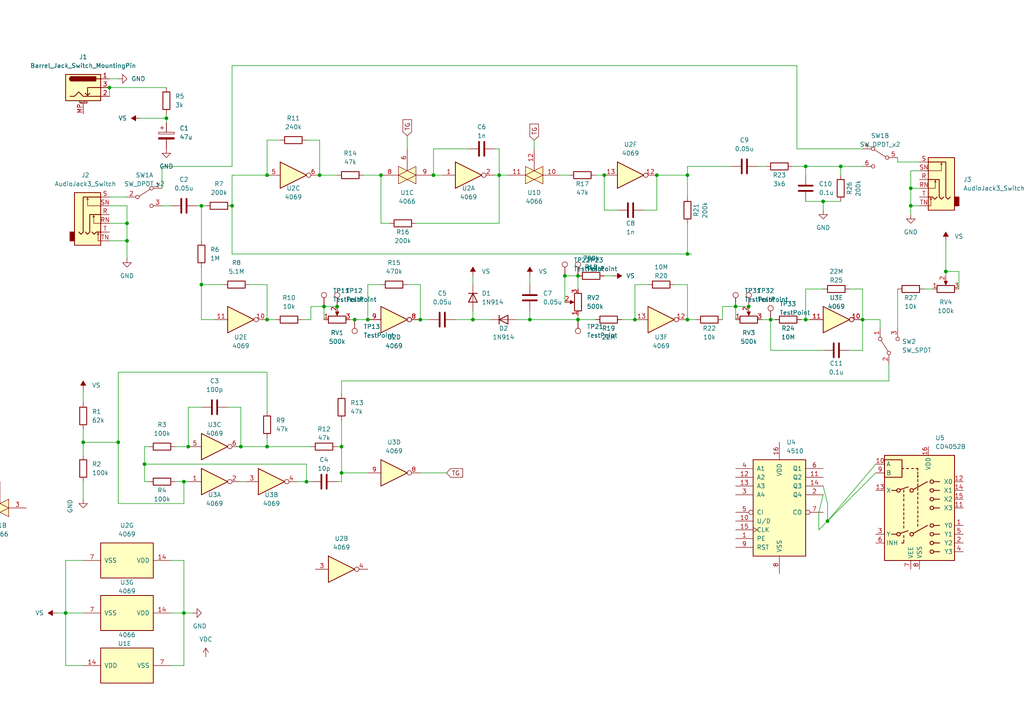
<source format=kicad_sch>
(kicad_sch (version 20211123) (generator eeschema)
  (paper "A4")
  (lib_symbols
    (symbol "4xxx:4066" (pin_names (offset 1.016))
      (property "Reference" "U" (at -7.62 8.89 0))
      (property "Value" "4066" (at -7.62 -8.89 0))
      (symbol "4066_1_0"
        (pin passive line (at -7.62 0 0) (length 5.08) (name "~") (number "1"))
        (pin input line (at 0 7.62 270) (length 5.08) (name "~") (number "13"))
        (pin passive line (at 7.62 0 180) (length 5.08) (name "~") (number "2"))
      )
      (symbol "4066_2_0"
        (pin passive line (at 7.62 0 180) (length 5.08) (name "~") (number "3"))
        (pin passive line (at -7.62 0 0) (length 5.08) (name "~") (number "4"))
        (pin input line (at 0 7.62 270) (length 5.08) (name "~") (number "5"))
      )
      (symbol "4066_3_0"
        (pin input line (at 0 7.62 270) (length 5.08) (name "~") (number "6"))
        (pin passive line (at -7.62 0 0) (length 5.08) (name "~") (number "8"))
        (pin passive line (at 7.62 0 180) (length 5.08) (name "~") (number "9"))
      )
      (symbol "4066_4_0"
        (pin passive line (at 7.62 0 180) (length 5.08) (name "~") (number "10"))
        (pin passive line (at -7.62 0 0) (length 5.08) (name "~") (number "11"))
        (pin input line (at 0 7.62 270) (length 5.08) (name "~") (number "12"))
      )
      (symbol "4066_5_0"
        (pin power_in line (at 0 12.7 270) (length 5.08) (name "VDD") (number "14"))
        (pin power_in line (at 0 -12.7 90) (length 5.08) (name "VSS") (number "7"))
      )
    )
    (symbol "4xxx:4069" (pin_names (offset 1.016))
      (property "Reference" "U" (at 0 1.27 0))
      (property "Value" "4069" (at 0 -1.27 0))
      (symbol "4069_1_0"
        (pin input line (at -7.62 0 0) (length 3.81) (name "~") (number "1"))
        (pin output inverted (at 7.62 0 180) (length 3.81) (name "~") (number "2"))
      )
      (symbol "4069_2_0"
        (pin input line (at -7.62 0 0) (length 3.81) (name "~") (number "3"))
        (pin output inverted (at 7.62 0 180) (length 3.81) (name "~") (number "4"))
      )
      (symbol "4069_3_0"
        (pin input line (at -7.62 0 0) (length 3.81) (name "~") (number "5"))
        (pin output inverted (at 7.62 0 180) (length 3.81) (name "~") (number "6"))
      )
      (symbol "4069_4_0"
        (pin output inverted (at 7.62 0 180) (length 3.81) (name "~") (number "8"))
        (pin input line (at -7.62 0 0) (length 3.81) (name "~") (number "9"))
      )
      (symbol "4069_5_0"
        (pin output inverted (at 7.62 0 180) (length 3.81) (name "~") (number "10"))
        (pin input line (at -7.62 0 0) (length 3.81) (name "~") (number "11"))
      )
      (symbol "4069_6_0"
        (pin output inverted (at 7.62 0 180) (length 3.81) (name "~") (number "12"))
        (pin input line (at -7.62 0 0) (length 3.81) (name "~") (number "13"))
      )
      (symbol "4069_7_0"
        (pin power_in line (at 0 12.7 270) (length 5.08) (name "VDD") (number "14"))
        (pin power_in line (at 0 -12.7 90) (length 5.08) (name "VSS") (number "7"))
      )
    )
    (symbol "4xxx:4510" (pin_names (offset 1.016))
      (property "Reference" "U" (at -7.62 13.97 0))
      (property "Value" "4510" (at -7.62 -16.51 0))
      (symbol "4510_1_0"
        (pin input line (at -12.7 -10.16 0) (length 5.08) (name "PE") (number "1"))
        (pin input line (at -12.7 -5.08 0) (length 5.08) (name "U/D") (number "10"))
        (pin output line (at 12.7 7.62 180) (length 5.08) (name "Q2") (number "11"))
        (pin input line (at -12.7 7.62 0) (length 5.08) (name "A2") (number "12"))
        (pin input line (at -12.7 5.08 0) (length 5.08) (name "A3") (number "13"))
        (pin output line (at 12.7 5.08 180) (length 5.08) (name "Q3") (number "14"))
        (pin input clock (at -12.7 -7.62 0) (length 5.08) (name "CLK") (number "15"))
        (pin power_in line (at 0 17.78 270) (length 5.08) (name "VDD") (number "16"))
        (pin output line (at 12.7 2.54 180) (length 5.08) (name "Q4") (number "2"))
        (pin input line (at -12.7 2.54 0) (length 5.08) (name "A4") (number "3"))
        (pin input line (at -12.7 10.16 0) (length 5.08) (name "A1") (number "4"))
        (pin input inverted (at -12.7 -2.54 0) (length 5.08) (name "CI") (number "5"))
        (pin output line (at 12.7 10.16 180) (length 5.08) (name "Q1") (number "6"))
        (pin output inverted (at 12.7 -2.54 180) (length 5.08) (name "CO") (number "7"))
        (pin power_in line (at 0 -20.32 90) (length 5.08) (name "VSS") (number "8"))
        (pin input line (at -12.7 -12.7 0) (length 5.08) (name "RST") (number "9"))
      )
    )
    (symbol "Analog_Switch:CD4052B"
      (property "Reference" "U" (at -10.16 16.51 0))
      (property "Value" "CD4052B" (at 3.81 16.51 0))
      (symbol "CD4052B_1_1"
        (pin bidirectional line (at 12.7 -5.08 180) (length 2.54) (name "Y0") (number "1"))
        (pin input line (at -12.7 12.7 0) (length 2.54) (name "A") (number "10"))
        (pin bidirectional line (at 12.7 0 180) (length 2.54) (name "X3") (number "11"))
        (pin bidirectional line (at 12.7 7.62 180) (length 2.54) (name "X0") (number "12"))
        (pin bidirectional line (at -12.7 5.08 0) (length 2.54) (name "X") (number "13"))
        (pin bidirectional line (at 12.7 5.08 180) (length 2.54) (name "X1") (number "14"))
        (pin bidirectional line (at 12.7 2.54 180) (length 2.54) (name "X2") (number "15"))
        (pin power_in line (at 2.54 17.78 270) (length 2.54) (name "VDD") (number "16"))
        (pin bidirectional line (at 12.7 -10.16 180) (length 2.54) (name "Y2") (number "2"))
        (pin bidirectional line (at -12.7 -7.62 0) (length 2.54) (name "Y") (number "3"))
        (pin bidirectional line (at 12.7 -12.7 180) (length 2.54) (name "Y3") (number "4"))
        (pin bidirectional line (at 12.7 -7.62 180) (length 2.54) (name "Y1") (number "5"))
        (pin input line (at -12.7 -10.16 0) (length 2.54) (name "INH") (number "6"))
        (pin power_in line (at -2.54 -17.78 90) (length 2.54) (name "VEE") (number "7"))
        (pin power_in line (at 0 -17.78 90) (length 2.54) (name "VSS") (number "8"))
        (pin input line (at -12.7 10.16 0) (length 2.54) (name "B") (number "9"))
      )
    )
    (symbol "Connector:AudioJack3_Switch"
      (property "Reference" "J" (at 0 11.43 0))
      (property "Value" "AudioJack3_Switch" (at 0 8.89 0))
      (symbol "AudioJack3_Switch_1_1"
        (pin passive line (at 5.08 0 180) (length 2.54) (name "~") (number "R"))
        (pin passive line (at 5.08 -2.54 180) (length 2.54) (name "~") (number "RN"))
        (pin passive line (at 5.08 5.08 180) (length 2.54) (name "~") (number "S"))
        (pin passive line (at 5.08 2.54 180) (length 2.54) (name "~") (number "SN"))
        (pin passive line (at 5.08 -5.08 180) (length 2.54) (name "~") (number "T"))
        (pin passive line (at 5.08 -7.62 180) (length 2.54) (name "~") (number "TN"))
      )
    )
    (symbol "Connector:Barrel_Jack_Switch_MountingPin" (pin_names hide)
      (property "Reference" "J" (at 0 5.334 0))
      (property "Value" "Barrel_Jack_Switch_MountingPin" (at 1.27 -6.35 0))
      (symbol "Barrel_Jack_Switch_MountingPin_1_1"
        (text "Mounting" (at 0 -4.191 0) (effects (font (size 0.381 0.381))))
        (pin passive line (at 7.62 2.54 180) (length 2.54) (name "~") (number "1"))
        (pin passive line (at 7.62 -2.54 180) (length 2.54) (name "~") (number "2"))
        (pin passive line (at 7.62 0 180) (length 2.54) (name "~") (number "3"))
        (pin passive line (at 0 -7.62 90) (length 3.048) (name "MountPin") (number "MP"))
      )
    )
    (symbol "Connector:TestPoint" (pin_numbers hide) (pin_names (offset 0.762) hide)
      (property "Reference" "TP" (at 0 6.858 0))
      (property "Value" "TestPoint" (at 0 5.08 0))
      (symbol "TestPoint_1_1"
        (pin passive line (at 0 0 90) (length 2.54) (name "1") (number "1"))
      )
    )
    (symbol "Device:C" (pin_numbers hide) (pin_names (offset 0.254))
      (property "Reference" "C" (at 0.635 2.54 0))
      (property "Value" "C" (at 0.635 -2.54 0))
      (symbol "C_1_1"
        (pin passive line (at 0 3.81 270) (length 2.794) (name "~") (number "1"))
        (pin passive line (at 0 -3.81 90) (length 2.794) (name "~") (number "2"))
      )
    )
    (symbol "Device:C_Polarized" (pin_numbers hide) (pin_names (offset 0.254))
      (property "Reference" "C" (at 0.635 2.54 0))
      (property "Value" "C_Polarized" (at 0.635 -2.54 0))
      (symbol "C_Polarized_1_1"
        (pin passive line (at 0 3.81 270) (length 2.794) (name "~") (number "1"))
        (pin passive line (at 0 -3.81 90) (length 2.794) (name "~") (number "2"))
      )
    )
    (symbol "Device:R" (pin_numbers hide) (pin_names (offset 0))
      (property "Reference" "R" (at 2.032 0 90))
      (property "Value" "R" (at 0 0 90))
      (symbol "R_1_1"
        (pin passive line (at 0 3.81 270) (length 1.27) (name "~") (number "1"))
        (pin passive line (at 0 -3.81 90) (length 1.27) (name "~") (number "2"))
      )
    )
    (symbol "Device:R_Potentiometer" (pin_names (offset 1.016) hide)
      (property "Reference" "RV" (at -4.445 0 90))
      (property "Value" "R_Potentiometer" (at -2.54 0 90))
      (symbol "R_Potentiometer_1_1"
        (pin passive line (at 0 3.81 270) (length 1.27) (name "1") (number "1"))
        (pin passive line (at 3.81 0 180) (length 1.27) (name "2") (number "2"))
        (pin passive line (at 0 -3.81 90) (length 1.27) (name "3") (number "3"))
      )
    )
    (symbol "Diode:1N914" (pin_numbers hide) (pin_names hide)
      (property "Reference" "D" (at 0 2.54 0))
      (property "Value" "1N914" (at 0 -2.54 0))
      (symbol "1N914_1_1"
        (pin passive line (at -3.81 0 0) (length 2.54) (name "K") (number "1"))
        (pin passive line (at 3.81 0 180) (length 2.54) (name "A") (number "2"))
      )
    )
    (symbol "Switch:SW_DPDT_x2" (pin_names (offset 0) hide)
      (property "Reference" "SW" (at 0 4.318 0))
      (property "Value" "SW_DPDT_x2" (at 0 -5.08 0))
      (symbol "SW_DPDT_x2_1_1"
        (pin passive line (at 5.08 2.54 180) (length 2.54) (name "A") (number "1"))
        (pin passive line (at -5.08 0 0) (length 2.54) (name "B") (number "2"))
        (pin passive line (at 5.08 -2.54 180) (length 2.54) (name "C") (number "3"))
      )
      (symbol "SW_DPDT_x2_2_1"
        (pin passive line (at 5.08 2.54 180) (length 2.54) (name "A") (number "4"))
        (pin passive line (at -5.08 0 0) (length 2.54) (name "B") (number "5"))
        (pin passive line (at 5.08 -2.54 180) (length 2.54) (name "C") (number "6"))
      )
    )
    (symbol "Switch:SW_SPDT" (pin_names (offset 0) hide)
      (property "Reference" "SW" (at 0 4.318 0))
      (property "Value" "SW_SPDT" (at 0 -5.08 0))
      (symbol "SW_SPDT_1_1"
        (pin passive line (at 5.08 2.54 180) (length 2.54) (name "A") (number "1"))
        (pin passive line (at -5.08 0 0) (length 2.54) (name "B") (number "2"))
        (pin passive line (at 5.08 -2.54 180) (length 2.54) (name "C") (number "3"))
      )
    )
    (symbol "power:GND" (power) (pin_names (offset 0))
      (property "Value" "GND" (at 0 -3.81 0))
      (symbol "GND_1_1"
        (pin power_in line (at 0 0 270) (length 0) hide (name "GND") (number "1"))
      )
    )
    (symbol "power:VDC" (power) (pin_names (offset 0))
      (property "Value" "VDC" (at 0 6.35 0))
      (symbol "VDC_1_1"
        (pin power_in line (at 0 0 90) (length 0) hide (name "VDC") (number "1"))
      )
    )
    (symbol "power:VS" (power) (pin_names (offset 0))
      (property "Value" "VS" (at 0 3.81 0))
      (symbol "VS_1_1"
        (pin power_in line (at 0 0 90) (length 0) hide (name "VS") (number "1"))
      )
    )
  )
  (junction (at 137.16 92.71))
  (junction (at 190.5 50.8))
  (junction (at 199.39 73.66))
  (junction (at 250.19 92.71))
  (junction (at 217.17 88.9))
  (junction (at 34.29 128.27))
  (junction (at 69.85 129.54))
  (junction (at 41.91 134.62))
  (junction (at 58.42 82.55))
  (junction (at 99.06 129.54))
  (junction (at 175.26 50.8))
  (junction (at 54.61 129.54))
  (junction (at 53.34 139.7))
  (junction (at 144.78 50.8))
  (junction (at 77.47 92.71))
  (junction (at 48.26 34.29))
  (junction (at 31.75 25.4))
  (junction (at 92.71 50.8))
  (junction (at 153.67 92.71))
  (junction (at 240.03 151.13))
  (junction (at 199.39 50.8))
  (junction (at 213.36 88.9))
  (junction (at 102.87 92.71))
  (junction (at 77.47 129.54))
  (junction (at 274.32 78.74))
  (junction (at 167.64 92.71))
  (junction (at 163.83 80.01))
  (junction (at 24.13 128.27))
  (junction (at 233.68 48.26))
  (junction (at 264.16 54.61))
  (junction (at 199.39 92.71))
  (junction (at 58.42 59.69))
  (junction (at 19.05 177.8))
  (junction (at 125.73 50.8))
  (junction (at 243.84 48.26))
  (junction (at 53.34 177.8))
  (junction (at 184.15 92.71))
  (junction (at 223.52 92.71))
  (junction (at 264.16 59.69))
  (junction (at 77.47 50.8))
  (junction (at 99.06 137.16))
  (junction (at 121.92 92.71))
  (junction (at 106.68 92.71))
  (junction (at 88.9 139.7))
  (junction (at 36.83 64.77))
  (junction (at 110.49 50.8))
  (junction (at 238.76 58.42))
  (junction (at 233.68 92.71))
  (junction (at 36.83 69.85))
  (junction (at 67.31 59.69))
  (junction (at 167.64 80.01))
  (junction (at 97.79 88.9))
  (junction (at 93.98 88.9))
  (wire (pts (xy 233.68 83.82) (xy 233.68 92.71)))
  (wire (pts (xy 237.49 148.59) (xy 237.49 153.67)))
  (wire (pts (xy 175.26 60.96) (xy 175.26 50.8)))
  (wire (pts (xy 125.73 50.8) (xy 128.27 50.8)))
  (wire (pts (xy 240.03 151.13) (xy 254 134.62)))
  (wire (pts (xy 31.75 59.69) (xy 36.83 59.69)))
  (wire (pts (xy 49.53 162.56) (xy 53.34 162.56)))
  (wire (pts (xy 167.64 91.44) (xy 167.64 92.71)))
  (wire (pts (xy 57.15 59.69) (xy 58.42 59.69)))
  (wire (pts (xy 36.83 69.85) (xy 36.83 74.93)))
  (wire (pts (xy 67.31 19.05) (xy 67.31 48.26)))
  (wire (pts (xy 212.09 48.26) (xy 199.39 48.26)))
  (wire (pts (xy 209.55 92.71) (xy 209.55 88.9)))
  (wire (pts (xy 184.15 82.55) (xy 184.15 92.71)))
  (wire (pts (xy 24.13 128.27) (xy 24.13 132.08)))
  (wire (pts (xy 233.68 58.42) (xy 238.76 58.42)))
  (wire (pts (xy 36.83 59.69) (xy 36.83 64.77)))
  (wire (pts (xy 90.17 88.9) (xy 93.98 88.9)))
  (wire (pts (xy 69.85 118.11) (xy 69.85 129.54)))
  (wire (pts (xy 24.13 124.46) (xy 24.13 128.27)))
  (wire (pts (xy 88.9 139.7) (xy 86.36 139.7)))
  (wire (pts (xy 233.68 92.71) (xy 234.95 92.71)))
  (wire (pts (xy 238.76 58.42) (xy 238.76 60.96)))
  (wire (pts (xy 99.06 110.49) (xy 99.06 114.3)))
  (wire (pts (xy 53.34 139.7) (xy 53.34 146.05)))
  (wire (pts (xy 16.51 177.8) (xy 19.05 177.8)))
  (wire (pts (xy 278.13 78.74) (xy 274.32 78.74)))
  (wire (pts (xy 250.19 83.82) (xy 250.19 92.71)))
  (wire (pts (xy 144.78 43.18) (xy 144.78 50.8)))
  (wire (pts (xy 274.32 78.74) (xy 274.32 80.01)))
  (wire (pts (xy 137.16 90.17) (xy 137.16 92.71)))
  (wire (pts (xy 238.76 83.82) (xy 233.68 83.82)))
  (wire (pts (xy 110.49 82.55) (xy 106.68 82.55)))
  (wire (pts (xy 153.67 92.71) (xy 167.64 92.71)))
  (wire (pts (xy 67.31 59.69) (xy 67.31 50.8)))
  (wire (pts (xy 243.84 48.26) (xy 233.68 48.26)))
  (wire (pts (xy 102.87 92.71) (xy 106.68 92.71)))
  (wire (pts (xy 41.91 134.62) (xy 88.9 134.62)))
  (wire (pts (xy 92.71 50.8) (xy 97.79 50.8)))
  (wire (pts (xy 58.42 77.47) (xy 58.42 82.55)))
  (wire (pts (xy 77.47 129.54) (xy 69.85 129.54)))
  (wire (pts (xy 31.75 57.15) (xy 36.83 57.15)))
  (wire (pts (xy 190.5 60.96) (xy 190.5 50.8)))
  (wire (pts (xy 67.31 48.26) (xy 46.99 48.26)))
  (wire (pts (xy 67.31 50.8) (xy 77.47 50.8)))
  (wire (pts (xy 81.28 40.64) (xy 77.47 40.64)))
  (wire (pts (xy 187.96 82.55) (xy 184.15 82.55)))
  (wire (pts (xy 231.14 19.05) (xy 67.31 19.05)))
  (wire (pts (xy 144.78 64.77) (xy 144.78 50.8)))
  (wire (pts (xy 24.13 139.7) (xy 24.13 144.78)))
  (wire (pts (xy 137.16 80.01) (xy 137.16 82.55)))
  (wire (pts (xy 175.26 80.01) (xy 177.8 80.01)))
  (wire (pts (xy 48.26 34.29) (xy 48.26 35.56)))
  (wire (pts (xy 237.49 153.67) (xy 240.03 151.13)))
  (wire (pts (xy 90.17 92.71) (xy 90.17 88.9)))
  (wire (pts (xy 246.38 83.82) (xy 250.19 83.82)))
  (wire (pts (xy 19.05 162.56) (xy 19.05 177.8)))
  (wire (pts (xy 105.41 50.8) (xy 110.49 50.8)))
  (wire (pts (xy 43.18 129.54) (xy 41.91 129.54)))
  (wire (pts (xy 266.7 46.99) (xy 260.35 46.99)))
  (wire (pts (xy 77.47 129.54) (xy 90.17 129.54)))
  (wire (pts (xy 34.29 128.27) (xy 24.13 128.27)))
  (wire (pts (xy 19.05 193.04) (xy 19.05 177.8)))
  (wire (pts (xy 53.34 177.8) (xy 55.88 177.8)))
  (wire (pts (xy 238.76 58.42) (xy 243.84 58.42)))
  (wire (pts (xy 240.03 151.13) (xy 254 137.16)))
  (wire (pts (xy 121.92 82.55) (xy 121.92 92.71)))
  (wire (pts (xy 240.03 146.05) (xy 240.03 151.13)))
  (wire (pts (xy 167.64 92.71) (xy 172.72 92.71)))
  (wire (pts (xy 72.39 82.55) (xy 77.47 82.55)))
  (wire (pts (xy 199.39 92.71) (xy 201.93 92.71)))
  (wire (pts (xy 121.92 92.71) (xy 124.46 92.71)))
  (wire (pts (xy 24.13 193.04) (xy 19.05 193.04)))
  (wire (pts (xy 34.29 107.95) (xy 77.47 107.95)))
  (wire (pts (xy 257.81 105.41) (xy 257.81 110.49)))
  (wire (pts (xy 99.06 137.16) (xy 106.68 137.16)))
  (wire (pts (xy 246.38 101.6) (xy 250.19 101.6)))
  (wire (pts (xy 209.55 88.9) (xy 213.36 88.9)))
  (wire (pts (xy 110.49 64.77) (xy 110.49 50.8)))
  (wire (pts (xy 93.98 88.9) (xy 97.79 88.9)))
  (wire (pts (xy 88.9 134.62) (xy 88.9 139.7)))
  (wire (pts (xy 53.34 139.7) (xy 54.61 139.7)))
  (wire (pts (xy 229.87 48.26) (xy 233.68 48.26)))
  (wire (pts (xy 274.32 69.85) (xy 274.32 78.74)))
  (wire (pts (xy 46.99 59.69) (xy 49.53 59.69)))
  (wire (pts (xy 106.68 82.55) (xy 106.68 92.71)))
  (wire (pts (xy 58.42 82.55) (xy 58.42 92.71)))
  (wire (pts (xy 266.7 59.69) (xy 264.16 59.69)))
  (wire (pts (xy 200.66 73.66) (xy 199.39 73.66)))
  (wire (pts (xy 260.35 83.82) (xy 260.35 95.25)))
  (wire (pts (xy 97.79 129.54) (xy 99.06 129.54)))
  (wire (pts (xy 250.19 92.71) (xy 255.27 92.71)))
  (wire (pts (xy 175.26 50.8) (xy 172.72 50.8)))
  (wire (pts (xy 199.39 57.15) (xy 199.39 50.8)))
  (wire (pts (xy 88.9 139.7) (xy 90.17 139.7)))
  (wire (pts (xy 92.71 40.64) (xy 92.71 50.8)))
  (wire (pts (xy 50.8 139.7) (xy 53.34 139.7)))
  (wire (pts (xy 180.34 92.71) (xy 184.15 92.71)))
  (wire (pts (xy 118.11 39.37) (xy 118.11 43.18)))
  (wire (pts (xy 162.56 50.8) (xy 165.1 50.8)))
  (wire (pts (xy 264.16 59.69) (xy 264.16 62.23)))
  (wire (pts (xy 143.51 43.18) (xy 144.78 43.18)))
  (wire (pts (xy 87.63 92.71) (xy 90.17 92.71)))
  (wire (pts (xy 163.83 80.01) (xy 167.64 80.01)))
  (wire (pts (xy 199.39 73.66) (xy 67.31 73.66)))
  (wire (pts (xy 48.26 33.02) (xy 48.26 34.29)))
  (wire (pts (xy 163.83 87.63) (xy 163.83 80.01)))
  (wire (pts (xy 41.91 139.7) (xy 41.91 134.62)))
  (wire (pts (xy 19.05 177.8) (xy 24.13 177.8)))
  (wire (pts (xy 49.53 193.04) (xy 53.34 193.04)))
  (wire (pts (xy 53.34 146.05) (xy 34.29 146.05)))
  (wire (pts (xy 43.18 139.7) (xy 41.91 139.7)))
  (wire (pts (xy 97.79 139.7) (xy 99.06 139.7)))
  (wire (pts (xy 99.06 139.7) (xy 99.06 137.16)))
  (wire (pts (xy 233.68 48.26) (xy 233.68 50.8)))
  (wire (pts (xy 68.58 129.54) (xy 69.85 129.54)))
  (wire (pts (xy 58.42 82.55) (xy 64.77 82.55)))
  (wire (pts (xy 36.83 64.77) (xy 36.83 69.85)))
  (wire (pts (xy 125.73 43.18) (xy 125.73 50.8)))
  (wire (pts (xy 46.99 48.26) (xy 46.99 54.61)))
  (wire (pts (xy 93.98 88.9) (xy 93.98 92.71)))
  (wire (pts (xy 99.06 129.54) (xy 99.06 137.16)))
  (wire (pts (xy 243.84 50.8) (xy 243.84 48.26)))
  (wire (pts (xy 266.7 49.53) (xy 264.16 49.53)))
  (wire (pts (xy 69.85 139.7) (xy 71.12 139.7)))
  (wire (pts (xy 66.04 118.11) (xy 69.85 118.11)))
  (wire (pts (xy 53.34 162.56) (xy 53.34 177.8)))
  (wire (pts (xy 88.9 40.64) (xy 92.71 40.64)))
  (wire (pts (xy 77.47 40.64) (xy 77.47 50.8)))
  (wire (pts (xy 34.29 107.95) (xy 34.29 128.27)))
  (wire (pts (xy 24.13 162.56) (xy 19.05 162.56)))
  (wire (pts (xy 278.13 83.82) (xy 278.13 78.74)))
  (wire (pts (xy 99.06 110.49) (xy 257.81 110.49)))
  (wire (pts (xy 144.78 50.8) (xy 147.32 50.8)))
  (wire (pts (xy 264.16 49.53) (xy 264.16 54.61)))
  (wire (pts (xy 190.5 50.8) (xy 199.39 50.8)))
  (wire (pts (xy 99.06 121.92) (xy 99.06 129.54)))
  (wire (pts (xy 58.42 118.11) (xy 54.61 118.11)))
  (wire (pts (xy 250.19 101.6) (xy 250.19 92.71)))
  (wire (pts (xy 154.94 40.64) (xy 154.94 43.18)))
  (wire (pts (xy 34.29 146.05) (xy 34.29 128.27)))
  (wire (pts (xy 186.69 60.96) (xy 190.5 60.96)))
  (wire (pts (xy 31.75 64.77) (xy 36.83 64.77)))
  (wire (pts (xy 137.16 92.71) (xy 142.24 92.71)))
  (wire (pts (xy 231.14 43.18) (xy 231.14 19.05)))
  (wire (pts (xy 199.39 82.55) (xy 199.39 92.71)))
  (wire (pts (xy 31.75 25.4) (xy 48.26 25.4)))
  (wire (pts (xy 199.39 64.77) (xy 199.39 73.66)))
  (wire (pts (xy 179.07 60.96) (xy 175.26 60.96)))
  (wire (pts (xy 121.92 137.16) (xy 129.54 137.16)))
  (wire (pts (xy 238.76 140.97) (xy 240.03 146.05)))
  (wire (pts (xy 77.47 127) (xy 77.47 129.54)))
  (wire (pts (xy 238.76 143.51) (xy 237.49 148.59)))
  (wire (pts (xy 153.67 80.01) (xy 153.67 82.55)))
  (wire (pts (xy 58.42 92.71) (xy 62.23 92.71)))
  (wire (pts (xy 232.41 92.71) (xy 233.68 92.71)))
  (wire (pts (xy 58.42 59.69) (xy 58.42 69.85)))
  (wire (pts (xy 41.91 129.54) (xy 41.91 134.62)))
  (wire (pts (xy 266.7 54.61) (xy 264.16 54.61)))
  (wire (pts (xy 31.75 69.85) (xy 36.83 69.85)))
  (wire (pts (xy 255.27 92.71) (xy 255.27 95.25)))
  (wire (pts (xy 260.35 46.99) (xy 260.35 45.72)))
  (wire (pts (xy 223.52 92.71) (xy 224.79 92.71)))
  (wire (pts (xy 101.6 92.71) (xy 102.87 92.71)))
  (wire (pts (xy 54.61 118.11) (xy 54.61 129.54)))
  (wire (pts (xy 213.36 88.9) (xy 217.17 88.9)))
  (wire (pts (xy 77.47 107.95) (xy 77.47 119.38)))
  (wire (pts (xy 125.73 43.18) (xy 135.89 43.18)))
  (wire (pts (xy 250.19 43.18) (xy 231.14 43.18)))
  (wire (pts (xy 199.39 48.26) (xy 199.39 50.8)))
  (wire (pts (xy 195.58 82.55) (xy 199.39 82.55)))
  (wire (pts (xy 77.47 92.71) (xy 80.01 92.71)))
  (wire (pts (xy 67.31 73.66) (xy 67.31 59.69)))
  (wire (pts (xy 149.86 92.71) (xy 153.67 92.71)))
  (wire (pts (xy 118.11 82.55) (xy 121.92 82.55)))
  (wire (pts (xy 113.03 64.77) (xy 110.49 64.77)))
  (wire (pts (xy 153.67 92.71) (xy 153.67 90.17)))
  (wire (pts (xy 58.42 59.69) (xy 59.69 59.69)))
  (wire (pts (xy 31.75 25.4) (xy 31.75 27.94)))
  (wire (pts (xy 264.16 54.61) (xy 264.16 59.69)))
  (wire (pts (xy 267.97 83.82) (xy 270.51 83.82)))
  (wire (pts (xy 77.47 82.55) (xy 77.47 92.71)))
  (wire (pts (xy 144.78 50.8) (xy 143.51 50.8)))
  (wire (pts (xy 49.53 177.8) (xy 53.34 177.8)))
  (wire (pts (xy 223.52 101.6) (xy 223.52 92.71)))
  (wire (pts (xy 243.84 48.26) (xy 250.19 48.26)))
  (wire (pts (xy 53.34 193.04) (xy 53.34 177.8)))
  (wire (pts (xy 219.71 48.26) (xy 222.25 48.26)))
  (wire (pts (xy 132.08 92.71) (xy 137.16 92.71)))
  (wire (pts (xy 31.75 22.86) (xy 34.29 22.86)))
  (wire (pts (xy 220.98 92.71) (xy 223.52 92.71)))
  (wire (pts (xy 213.36 88.9) (xy 213.36 92.71)))
  (wire (pts (xy 24.13 113.03) (xy 24.13 116.84)))
  (wire (pts (xy 120.65 64.77) (xy 144.78 64.77)))
  (wire (pts (xy 238.76 101.6) (xy 223.52 101.6)))
  (wire (pts (xy 50.8 129.54) (xy 54.61 129.54)))
  (wire (pts (xy 40.64 34.29) (xy 48.26 34.29)))
  (wire (pts (xy 167.64 80.01) (xy 167.64 83.82)))
  (global_label "TG" (shape input) (at 154.94 40.64 90) (property "Intersheet References" "${INTERSHEET_REFS}" (effects hide)))
  (global_label "TG" (shape input) (at 118.11 39.37 90) (property "Intersheet References" "${INTERSHEET_REFS}" (effects hide)))
  (global_label "TG" (shape input) (at 129.54 137.16 0) (property "Intersheet References" "${INTERSHEET_REFS}" (effects hide)))
  (symbol (lib_id "power:GND") (at 36.83 74.93 0) (unit 1)
    (property "Reference" "#PWR04" (effects hide))
    (property "Value" "GND" (at 36.83 80.01 0))
  )
  (symbol (lib_id "Switch:SW_SPDT") (at 257.81 100.33 90) (unit 1)
    (property "Reference" "SW2" (at 261.62 99.0599 90) (effects (justify right)))
    (property "Value" "SW_SPDT" (at 261.62 101.5999 90) (effects (justify right)))
    (property "Footprint" "guitar_stuff:tht_ext_toggle_switch" (effects hide))
  )
  (symbol (lib_id "Device:R") (at 226.06 48.26 90) (unit 1)
    (property "Reference" "R23" (at 226.06 50.8 90))
    (property "Value" "3k6" (at 226.06 53.34 90))
    (property "Footprint" "Resistor_SMD:R_0805_2012Metric_Pad1.20x1.40mm_HandSolder" (effects hide))
  )
  (symbol (lib_id "Device:C") (at 53.34 59.69 90) (unit 1)
    (property "Reference" "C2" (at 53.34 52.07 90))
    (property "Value" "0.05u" (at 53.34 54.61 90))
    (property "Footprint" "Capacitor_THT:cap_12.5mm-l15.5-w6.6mm" (effects hide))
  )
  (symbol (lib_id "4xxx:4069") (at 242.57 92.71 0) (unit 5)
    (property "Reference" "U3" (at 242.57 86.36 0))
    (property "Value" "4069" (at 242.57 88.9 0))
    (property "Footprint" "Package_DIP:DIP-14_W7.62mm" (effects hide))
    (property "Datasheet" "http://www.intersil.com/content/dam/Intersil/documents/cd40/cd4069ubms.pdf" (effects hide))
  )
  (symbol (lib_id "Device:R") (at 242.57 83.82 270) (mirror x) (unit 1)
    (property "Reference" "R25" (at 242.57 81.28 90))
    (property "Value" "22M" (at 242.57 78.74 90))
    (property "Footprint" "Resistor_SMD:R_0805_2012Metric_Pad1.20x1.40mm_HandSolder" (effects hide))
  )
  (symbol (lib_id "Device:R") (at 58.42 73.66 180) (unit 1)
    (property "Reference" "R6" (at 60.96 72.3899 0) (effects (justify right)))
    (property "Value" "1M" (at 60.96 74.9299 0) (effects (justify right)))
    (property "Footprint" "Resistor_SMD:R_0805_2012Metric_Pad1.20x1.40mm_HandSolder" (effects hide))
  )
  (symbol (lib_id "Device:R") (at 199.39 60.96 180) (unit 1)
    (property "Reference" "R21" (at 201.93 60.96 90))
    (property "Value" "200k" (at 204.47 60.96 90))
    (property "Footprint" "Resistor_SMD:R_0805_2012Metric_Pad1.20x1.40mm_HandSolder" (effects hide))
  )
  (symbol (lib_id "power:GND") (at 55.88 177.8 90) (unit 1)
    (property "Reference" "#PWR07" (effects hide))
    (property "Value" "GND" (at 55.88 181.61 90) (effects (justify right)))
  )
  (symbol (lib_id "4xxx:4069") (at 69.85 92.71 0) (unit 5)
    (property "Reference" "U2" (at 69.85 97.79 0))
    (property "Value" "4069" (at 69.85 100.33 0))
    (property "Footprint" "Package_DIP:DIP-14_W7.62mm" (effects hide))
    (property "Datasheet" "http://www.intersil.com/content/dam/Intersil/documents/cd40/cd4069ubms.pdf" (effects hide))
  )
  (symbol (lib_id "Connector:AudioJack3_Switch") (at 271.78 52.07 0) (mirror y) (unit 1)
    (property "Reference" "J3" (at 279.4 52.0699 0) (effects (justify right)))
    (property "Value" "AudioJack3_Switch" (at 279.4 54.6099 0) (effects (justify right)))
    (property "Footprint" "Connector_Audio:jack_raspi_6.3mmjack" (effects hide))
  )
  (symbol (lib_id "4xxx:4066") (at 36.83 193.04 90) (unit 5)
    (property "Reference" "U1" (at 38.1 186.69 90) (effects (justify left)))
    (property "Value" "4066" (at 39.37 184.15 90) (effects (justify left)))
    (property "Footprint" "Package_DIP:DIP-14_W7.62mm" (effects hide))
    (property "Datasheet" "http://www.ti.com/lit/ds/symlink/cd4066b.pdf" (effects hide))
  )
  (symbol (lib_id "Device:R") (at 85.09 40.64 90) (unit 1)
    (property "Reference" "R11" (at 85.09 34.29 90))
    (property "Value" "240k" (at 85.09 36.83 90))
    (property "Footprint" "Resistor_SMD:R_0805_2012Metric_Pad1.20x1.40mm_HandSolder" (effects hide))
  )
  (symbol (lib_id "power:GND") (at 264.16 62.23 0) (unit 1)
    (property "Reference" "#PWR0102" (effects hide))
    (property "Value" "GND" (at 264.16 67.31 0))
  )
  (symbol (lib_id "Switch:SW_DPDT_x2") (at 41.91 57.15 0) (unit 1)
    (property "Reference" "SW1" (at 41.91 50.8 0))
    (property "Value" "SW_DPDT_x2" (at 41.91 53.34 0))
    (property "Footprint" "guitar_stuff:tht_ext_footswitch" (effects hide))
  )
  (symbol (lib_id "power:VS") (at 40.64 34.29 90) (unit 1)
    (property "Reference" "#PWR05" (effects hide))
    (property "Value" "VS" (at 36.83 34.2899 90) (effects (justify left)))
  )
  (symbol (lib_id "4xxx:4069") (at 36.83 162.56 270) (unit 7)
    (property "Reference" "U2" (at 36.83 152.4 90))
    (property "Value" "4069" (at 36.83 154.94 90))
    (property "Footprint" "Package_DIP:DIP-14_W7.62mm" (effects hide))
    (property "Datasheet" "http://www.intersil.com/content/dam/Intersil/documents/cd40/cd4069ubms.pdf" (effects hide))
  )
  (symbol (lib_id "4xxx:4066") (at 118.11 50.8 0) (unit 3)
    (property "Reference" "U1" (at 118.11 55.88 0))
    (property "Value" "4066" (at 118.11 58.42 0))
    (property "Footprint" "Package_DIP:DIP-14_W7.62mm" (effects hide))
    (property "Datasheet" "http://www.ti.com/lit/ds/symlink/cd4066b.pdf" (effects hide))
  )
  (symbol (lib_id "Device:R_Potentiometer") (at 167.64 87.63 180) (unit 1)
    (property "Reference" "RV2" (at 170.18 86.3599 0) (effects (justify right)))
    (property "Value" "500k" (at 170.18 88.8999 0) (effects (justify right)))
    (property "Footprint" "guitar_stuff:alpha_poti" (effects hide))
  )
  (symbol (lib_id "Device:R_Potentiometer") (at 274.32 83.82 90) (unit 1)
    (property "Reference" "RV4" (at 274.32 87.63 90))
    (property "Value" "100k" (at 274.32 90.17 90))
    (property "Footprint" "Potentiometer_THT:Potentiometer_TT_P0915N" (effects hide))
  )
  (symbol (lib_id "Device:R") (at 68.58 82.55 270) (unit 1)
    (property "Reference" "R8" (at 68.58 76.2 90))
    (property "Value" "5.1M" (at 68.58 78.74 90))
    (property "Footprint" "Resistor_SMD:R_0805_2012Metric_Pad1.20x1.40mm_HandSolder" (effects hide))
  )
  (symbol (lib_id "4xxx:4069") (at 135.89 50.8 0) (unit 1)
    (property "Reference" "U2" (at 135.89 54.61 0))
    (property "Value" "4069" (at 135.89 57.15 0))
    (property "Footprint" "Package_DIP:DIP-14_W7.62mm" (effects hide))
    (property "Datasheet" "http://www.intersil.com/content/dam/Intersil/documents/cd40/cd4069ubms.pdf" (effects hide))
  )
  (symbol (lib_id "Analog_Switch:CD4052B") (at 266.7 147.32 0) (unit 1)
    (property "Reference" "U5" (at 271.2594 127 0) (effects (justify left)))
    (property "Value" "CD4052B" (at 271.2594 129.54 0) (effects (justify left)))
    (property "Footprint" "Package_SO:SOIC-16_3.9x9.9mm_P1.27mm" (effects hide))
    (property "Datasheet" "http://www.ti.com/lit/ds/symlink/cd4052b.pdf" (effects hide))
  )
  (symbol (lib_id "Device:R") (at 83.82 92.71 270) (unit 1)
    (property "Reference" "R10" (at 83.82 86.36 90))
    (property "Value" "10k" (at 83.82 88.9 90))
    (property "Footprint" "Resistor_SMD:R_0805_2012Metric_Pad1.20x1.40mm_HandSolder" (effects hide))
  )
  (symbol (lib_id "4xxx:4069") (at 85.09 50.8 0) (unit 3)
    (property "Reference" "U2" (at 85.09 54.61 0))
    (property "Value" "4069" (at 85.09 57.15 0))
    (property "Footprint" "Package_DIP:DIP-14_W7.62mm" (effects hide))
    (property "Datasheet" "http://www.intersil.com/content/dam/Intersil/documents/cd40/cd4069ubms.pdf" (effects hide))
  )
  (symbol (lib_id "4xxx:4069") (at 78.74 139.7 0) (unit 2)
    (property "Reference" "U3" (at 78.74 143.51 0))
    (property "Value" "4069" (at 78.74 146.05 0))
    (property "Footprint" "Package_DIP:DIP-14_W7.62mm" (effects hide))
    (property "Datasheet" "http://www.intersil.com/content/dam/Intersil/documents/cd40/cd4069ubms.pdf" (effects hide))
  )
  (symbol (lib_id "Connector:TestPoint") (at 167.64 92.71 180) (unit 1)
    (property "Reference" "TP21" (at 170.18 94.7419 0) (effects (justify right)))
    (property "Value" "TestPoint" (at 170.18 97.2819 0) (effects (justify right)))
    (property "Footprint" "guitar_stuff:poti_hack" (effects hide))
  )
  (symbol (lib_id "Device:R") (at 46.99 139.7 270) (unit 1)
    (property "Reference" "R4" (at 46.99 142.24 90))
    (property "Value" "100k" (at 46.99 144.78 90))
    (property "Footprint" "Resistor_SMD:R_0805_2012Metric_Pad1.20x1.40mm_HandSolder" (effects hide))
  )
  (symbol (lib_id "Diode:1N914") (at 137.16 86.36 270) (unit 1)
    (property "Reference" "D1" (at 139.7 85.0899 90) (effects (justify left)))
    (property "Value" "1N914" (at 139.7 87.6299 90) (effects (justify left)))
    (property "Footprint" "Diode_THT:D_DO-35_SOD27_P7.62mm_Horizontal" (effects hide))
    (property "Datasheet" "http://www.vishay.com/docs/85622/1n914.pdf" (effects hide))
  )
  (symbol (lib_id "power:GND") (at 238.76 60.96 0) (unit 1)
    (property "Reference" "#PWR012" (effects hide))
    (property "Value" "GND" (at 238.76 66.04 0))
  )
  (symbol (lib_id "4xxx:4069") (at 182.88 50.8 0) (unit 6)
    (property "Reference" "U2" (at 182.88 41.91 0))
    (property "Value" "4069" (at 182.88 44.45 0))
    (property "Footprint" "Package_DIP:DIP-14_W7.62mm" (effects hide))
    (property "Datasheet" "http://www.intersil.com/content/dam/Intersil/documents/cd40/cd4069ubms.pdf" (effects hide))
  )
  (symbol (lib_id "Device:C") (at 62.23 118.11 90) (unit 1)
    (property "Reference" "C3" (at 62.23 110.49 90))
    (property "Value" "100p" (at 62.23 113.03 90))
    (property "Footprint" "Capacitor_SMD:C_0603_1608Metric_Pad1.08x0.95mm_HandSolder" (effects hide))
  )
  (symbol (lib_id "Device:R") (at 46.99 129.54 270) (unit 1)
    (property "Reference" "R3" (at 46.99 123.19 90))
    (property "Value" "100k" (at 46.99 125.73 90))
    (property "Footprint" "Resistor_SMD:R_0805_2012Metric_Pad1.20x1.40mm_HandSolder" (effects hide))
  )
  (symbol (lib_id "Device:R") (at 24.13 135.89 0) (unit 1)
    (property "Reference" "R2" (at 26.67 134.6199 0) (effects (justify left)))
    (property "Value" "100k" (at 26.67 137.1599 0) (effects (justify left)))
    (property "Footprint" "Resistor_SMD:R_0805_2012Metric_Pad1.20x1.40mm_HandSolder" (effects hide))
  )
  (symbol (lib_id "power:VS") (at 24.13 113.03 0) (unit 1)
    (property "Reference" "#PWR02" (effects hide))
    (property "Value" "VS" (at 26.67 111.7599 0) (effects (justify left)))
  )
  (symbol (lib_id "Device:R") (at 264.16 83.82 270) (unit 1)
    (property "Reference" "R27" (at 264.16 86.36 90))
    (property "Value" "10k" (at 264.16 88.9 90))
    (property "Footprint" "Resistor_SMD:R_0805_2012Metric_Pad1.20x1.40mm_HandSolder" (effects hide))
  )
  (symbol (lib_id "power:GND") (at 48.26 43.18 0) (unit 1)
    (property "Reference" "#PWR06" (effects hide))
    (property "Value" "GND" (at 48.26 48.26 0))
  )
  (symbol (lib_id "Device:R") (at 168.91 50.8 90) (unit 1)
    (property "Reference" "R17" (at 168.91 53.34 90))
    (property "Value" "47k" (at 168.91 55.88 90))
    (property "Footprint" "Resistor_SMD:R_0805_2012Metric_Pad1.20x1.40mm_HandSolder" (effects hide))
  )
  (symbol (lib_id "4xxx:4069") (at 62.23 139.7 0) (unit 1)
    (property "Reference" "U3" (at 62.23 143.51 0))
    (property "Value" "4069" (at 62.23 146.05 0))
    (property "Footprint" "Package_DIP:DIP-14_W7.62mm" (effects hide))
    (property "Datasheet" "http://www.intersil.com/content/dam/Intersil/documents/cd40/cd4069ubms.pdf" (effects hide))
  )
  (symbol (lib_id "power:GND") (at 34.29 22.86 90) (unit 1)
    (property "Reference" "#PWR0101" (effects hide))
    (property "Value" "GND" (at 38.1 22.8599 90) (effects (justify right)))
  )
  (symbol (lib_id "Connector:AudioJack3_Switch") (at 26.67 62.23 0) (unit 1)
    (property "Reference" "J2" (at 24.765 50.8 0))
    (property "Value" "AudioJack3_Switch" (at 24.765 53.34 0))
    (property "Footprint" "Connector_Audio:jack_raspi_6.3mmjack" (effects hide))
  )
  (symbol (lib_id "Connector:TestPoint") (at 93.98 88.9 0) (unit 1)
    (property "Reference" "TP11" (at 96.52 84.3279 0) (effects (justify left)))
    (property "Value" "TestPoint" (at 96.52 86.8679 0) (effects (justify left)))
    (property "Footprint" "guitar_stuff:poti_hack" (effects hide))
  )
  (symbol (lib_id "4xxx:4069") (at 36.83 177.8 270) (unit 7)
    (property "Reference" "U3" (at 36.83 168.91 90))
    (property "Value" "4069" (at 36.83 171.45 90))
    (property "Footprint" "Package_DIP:DIP-14_W7.62mm" (effects hide))
    (property "Datasheet" "http://www.intersil.com/content/dam/Intersil/documents/cd40/cd4069ubms.pdf" (effects hide))
  )
  (symbol (lib_id "Device:R") (at 205.74 92.71 270) (unit 1)
    (property "Reference" "R22" (at 205.74 95.25 90))
    (property "Value" "10k" (at 205.74 97.79 90))
    (property "Footprint" "Resistor_SMD:R_0805_2012Metric_Pad1.20x1.40mm_HandSolder" (effects hide))
  )
  (symbol (lib_id "power:VS") (at 274.32 69.85 0) (unit 1)
    (property "Reference" "#PWR013" (effects hide))
    (property "Value" "VS" (at 276.86 68.5799 0) (effects (justify left)))
  )
  (symbol (lib_id "4xxx:4069") (at 114.3 92.71 0) (unit 4)
    (property "Reference" "U2" (at 114.3 97.79 0))
    (property "Value" "4069" (at 114.3 100.33 0))
    (property "Footprint" "Package_DIP:DIP-14_W7.62mm" (effects hide))
    (property "Datasheet" "http://www.intersil.com/content/dam/Intersil/documents/cd40/cd4069ubms.pdf" (effects hide))
  )
  (symbol (lib_id "4xxx:4510") (at 226.06 146.05 0) (unit 1)
    (property "Reference" "U4" (at 228.0794 128.27 0) (effects (justify left)))
    (property "Value" "4510" (at 228.0794 130.81 0) (effects (justify left)))
    (property "Footprint" "Package_SO:SOIC-16_3.9x9.9mm_P1.27mm" (effects hide))
    (property "Datasheet" "http://pdf.datasheetcatalog.com/datasheets/150/109581_DS.pdf" (effects hide))
  )
  (symbol (lib_id "power:VS") (at 137.16 80.01 0) (unit 1)
    (property "Reference" "#PWR09" (effects hide))
    (property "Value" "VS" (at 139.7 78.7399 0) (effects (justify left)))
  )
  (symbol (lib_id "Connector:TestPoint") (at 163.83 80.01 0) (unit 1)
    (property "Reference" "TP22" (at 166.37 75.4379 0) (effects (justify left)))
    (property "Value" "TestPoint" (at 166.37 77.9779 0) (effects (justify left)))
    (property "Footprint" "guitar_stuff:poti_hack" (effects hide))
  )
  (symbol (lib_id "4xxx:4069") (at 62.23 129.54 0) (unit 3)
    (property "Reference" "U3" (at 62.23 123.19 0))
    (property "Value" "4069" (at 62.23 125.73 0))
    (property "Footprint" "Package_DIP:DIP-14_W7.62mm" (effects hide))
    (property "Datasheet" "http://www.intersil.com/content/dam/Intersil/documents/cd40/cd4069ubms.pdf" (effects hide))
  )
  (symbol (lib_id "Device:R") (at 99.06 118.11 0) (unit 1)
    (property "Reference" "R13" (at 101.6 116.8399 0) (effects (justify left)))
    (property "Value" "47k" (at 101.6 119.3799 0) (effects (justify left)))
    (property "Footprint" "Resistor_SMD:R_0805_2012Metric_Pad1.20x1.40mm_HandSolder" (effects hide))
  )
  (symbol (lib_id "power:VS") (at 16.51 177.8 90) (unit 1)
    (property "Reference" "#PWR01" (effects hide))
    (property "Value" "VS" (at 12.7 177.7999 90) (effects (justify left)))
  )
  (symbol (lib_id "4xxx:4066") (at -16.51 147.32 0) (unit 1)
    (property "Reference" "U1" (at -16.51 152.4 0))
    (property "Value" "4066" (at -16.51 154.94 0))
    (property "Footprint" "Package_DIP:DIP-14_W7.62mm" (effects hide))
    (property "Datasheet" "http://www.ti.com/lit/ds/symlink/cd4066b.pdf" (effects hide))
  )
  (symbol (lib_id "Device:R") (at 116.84 64.77 90) (unit 1)
    (property "Reference" "R16" (at 116.84 67.31 90))
    (property "Value" "200k" (at 116.84 69.85 90))
    (property "Footprint" "Resistor_SMD:R_0805_2012Metric_Pad1.20x1.40mm_HandSolder" (effects hide))
  )
  (symbol (lib_id "Device:C") (at 128.27 92.71 90) (unit 1)
    (property "Reference" "C5" (at 128.27 85.09 90))
    (property "Value" "0.05u" (at 128.27 87.63 90))
    (property "Footprint" "Capacitor_SMD:C_1206_3216Metric_Pad1.33x1.80mm_HandSolder" (effects hide))
  )
  (symbol (lib_id "4xxx:4069") (at 99.06 165.1 0) (unit 2)
    (property "Reference" "U2" (at 99.06 156.21 0))
    (property "Value" "4069" (at 99.06 158.75 0))
    (property "Footprint" "Package_DIP:DIP-14_W7.62mm" (effects hide))
    (property "Datasheet" "http://www.intersil.com/content/dam/Intersil/documents/cd40/cd4069ubms.pdf" (effects hide))
  )
  (symbol (lib_id "Device:R") (at 63.5 59.69 90) (unit 1)
    (property "Reference" "R7" (at 63.5 53.34 90))
    (property "Value" "200k" (at 63.5 55.88 90))
    (property "Footprint" "Resistor_SMD:R_0805_2012Metric_Pad1.20x1.40mm_HandSolder" (effects hide))
  )
  (symbol (lib_id "power:GND") (at 24.13 144.78 0) (unit 1)
    (property "Reference" "#PWR03" (effects hide))
    (property "Value" "GND" (at 20.32 144.78 90) (effects (justify right)))
  )
  (symbol (lib_id "power:VDC") (at 59.69 190.5 0) (unit 1)
    (property "Reference" "#PWR08" (effects hide))
    (property "Value" "VDC" (at 59.69 185.42 0))
  )
  (symbol (lib_id "Connector:TestPoint") (at 102.87 92.71 180) (unit 1)
    (property "Reference" "TP13" (at 105.41 94.7419 0) (effects (justify right)))
    (property "Value" "TestPoint" (at 105.41 97.2819 0) (effects (justify right)))
    (property "Footprint" "guitar_stuff:poti_hack" (effects hide))
  )
  (symbol (lib_id "Device:C") (at 233.68 54.61 180) (unit 1)
    (property "Reference" "C10" (at 237.49 53.3399 0) (effects (justify right)))
    (property "Value" "0.1u" (at 237.49 55.8799 0) (effects (justify right)))
    (property "Footprint" "Capacitor_THT:cap_7.5mm-l10.3-w5.8mm" (effects hide))
  )
  (symbol (lib_id "4xxx:4066") (at 154.94 50.8 0) (unit 4)
    (property "Reference" "U1" (at 154.94 55.88 0))
    (property "Value" "4066" (at 154.94 58.42 0))
    (property "Footprint" "Package_DIP:DIP-14_W7.62mm" (effects hide))
    (property "Datasheet" "http://www.ti.com/lit/ds/symlink/cd4066b.pdf" (effects hide))
  )
  (symbol (lib_id "Connector:TestPoint") (at 213.36 88.9 0) (unit 1)
    (property "Reference" "TP31" (at 215.9 84.3279 0) (effects (justify left)))
    (property "Value" "TestPoint" (at 215.9 86.8679 0) (effects (justify left)))
    (property "Footprint" "guitar_stuff:poti_hack" (effects hide))
  )
  (symbol (lib_id "Diode:1N914") (at 146.05 92.71 0) (unit 1)
    (property "Reference" "D2" (at 146.05 95.25 0))
    (property "Value" "1N914" (at 146.05 97.79 0))
    (property "Footprint" "Diode_THT:D_DO-35_SOD27_P7.62mm_Horizontal" (effects hide))
    (property "Datasheet" "http://www.vishay.com/docs/85622/1n914.pdf" (effects hide))
  )
  (symbol (lib_id "Device:R") (at 191.77 82.55 270) (mirror x) (unit 1)
    (property "Reference" "R20" (at 191.77 80.01 90))
    (property "Value" "10M" (at 191.77 77.47 90))
    (property "Footprint" "Resistor_SMD:R_0805_2012Metric_Pad1.20x1.40mm_HandSolder" (effects hide))
  )
  (symbol (lib_id "Device:C") (at 153.67 86.36 180) (unit 1)
    (property "Reference" "C7" (at 157.48 85.0899 0) (effects (justify right)))
    (property "Value" "0.05u" (at 157.48 87.6299 0) (effects (justify right)))
    (property "Footprint" "Capacitor_SMD:C_1206_3216Metric_Pad1.33x1.80mm_HandSolder" (effects hide))
  )
  (symbol (lib_id "Device:R_Potentiometer") (at 97.79 92.71 90) (unit 1)
    (property "Reference" "RV1" (at 97.79 96.52 90))
    (property "Value" "500k" (at 97.79 99.06 90))
    (property "Footprint" "guitar_stuff:alpha_poti" (effects hide))
  )
  (symbol (lib_id "Device:C") (at 139.7 43.18 90) (unit 1)
    (property "Reference" "C6" (at 139.7 36.83 90))
    (property "Value" "1n" (at 139.7 39.37 90))
    (property "Footprint" "Capacitor_THT:cap_3.5mm-l5-w2.5mm_copy" (effects hide))
  )
  (symbol (lib_id "Device:C") (at 242.57 101.6 270) (mirror x) (unit 1)
    (property "Reference" "C11" (at 242.57 105.41 90))
    (property "Value" "0.1u" (at 242.57 107.95 90))
    (property "Footprint" "Capacitor_SMD:C_0603_1608Metric_Pad1.08x0.95mm_HandSolder" (effects hide))
  )
  (symbol (lib_id "Connector:TestPoint") (at 167.64 80.01 0) (unit 1)
    (property "Reference" "TP23" (at 170.18 75.4379 0) (effects (justify left)))
    (property "Value" "TestPoint" (at 170.18 77.9779 0) (effects (justify left)))
    (property "Footprint" "guitar_stuff:poti_hack" (effects hide))
  )
  (symbol (lib_id "4xxx:4069") (at 191.77 92.71 0) (unit 6)
    (property "Reference" "U3" (at 191.77 97.79 0))
    (property "Value" "4069" (at 191.77 100.33 0))
    (property "Footprint" "Package_DIP:DIP-14_W7.62mm" (effects hide))
    (property "Datasheet" "http://www.intersil.com/content/dam/Intersil/documents/cd40/cd4069ubms.pdf" (effects hide))
  )
  (symbol (lib_id "Connector:TestPoint") (at 97.79 88.9 0) (unit 1)
    (property "Reference" "TP12" (at 100.33 84.3279 0) (effects (justify left)))
    (property "Value" "TestPoint" (at 100.33 86.8679 0) (effects (justify left)))
    (property "Footprint" "guitar_stuff:poti_hack" (effects hide))
  )
  (symbol (lib_id "Device:R") (at 243.84 54.61 180) (unit 1)
    (property "Reference" "R26" (at 246.38 54.61 90))
    (property "Value" "200k" (at 248.92 54.61 90))
    (property "Footprint" "Resistor_SMD:R_0805_2012Metric_Pad1.20x1.40mm_HandSolder" (effects hide))
  )
  (symbol (lib_id "Device:R") (at 24.13 120.65 0) (unit 1)
    (property "Reference" "R1" (at 26.67 119.3799 0) (effects (justify left)))
    (property "Value" "62k" (at 26.67 121.9199 0) (effects (justify left)))
    (property "Footprint" "Resistor_SMD:R_0805_2012Metric_Pad1.20x1.40mm_HandSolder" (effects hide))
  )
  (symbol (lib_id "Device:R") (at 93.98 129.54 90) (unit 1)
    (property "Reference" "R12" (at 93.98 124.46 90))
    (property "Value" "47k" (at 93.98 127 90))
    (property "Footprint" "Resistor_SMD:R_0805_2012Metric_Pad1.20x1.40mm_HandSolder" (effects hide))
  )
  (symbol (lib_id "Device:C") (at 93.98 139.7 90) (unit 1)
    (property "Reference" "C4" (at 93.98 133.35 90))
    (property "Value" "10p" (at 93.98 135.89 90))
    (property "Footprint" "Capacitor_SMD:C_0603_1608Metric_Pad1.08x0.95mm_HandSolder" (effects hide))
  )
  (symbol (lib_id "Device:R") (at 228.6 92.71 270) (unit 1)
    (property "Reference" "R24" (at 228.6 95.25 90))
    (property "Value" "10M" (at 228.6 97.79 90))
    (property "Footprint" "Resistor_SMD:R_0805_2012Metric_Pad1.20x1.40mm_HandSolder" (effects hide))
  )
  (symbol (lib_id "Device:R") (at 114.3 82.55 270) (unit 1)
    (property "Reference" "R15" (at 114.3 76.2 90))
    (property "Value" "470k" (at 114.3 78.74 90))
    (property "Footprint" "Resistor_SMD:R_0805_2012Metric_Pad1.20x1.40mm_HandSolder" (effects hide))
  )
  (symbol (lib_id "Device:R") (at 176.53 92.71 270) (unit 1)
    (property "Reference" "R19" (at 176.53 95.25 90))
    (property "Value" "22M" (at 176.53 97.79 90))
    (property "Footprint" "Resistor_SMD:R_0805_2012Metric_Pad1.20x1.40mm_HandSolder" (effects hide))
  )
  (symbol (lib_id "Device:R") (at 101.6 50.8 90) (unit 1)
    (property "Reference" "R14" (at 101.6 44.45 90))
    (property "Value" "47k" (at 101.6 46.99 90))
    (property "Footprint" "Resistor_SMD:R_0805_2012Metric_Pad1.20x1.40mm_HandSolder" (effects hide))
  )
  (symbol (lib_id "power:VS") (at 177.8 80.01 270) (unit 1)
    (property "Reference" "#PWR011" (effects hide))
    (property "Value" "VS" (at 181.61 80.0099 90) (effects (justify left)))
  )
  (symbol (lib_id "Device:R_Potentiometer") (at 217.17 92.71 90) (unit 1)
    (property "Reference" "RV3" (at 217.17 96.52 90))
    (property "Value" "500k" (at 217.17 99.06 90))
    (property "Footprint" "guitar_stuff:alpha_poti" (effects hide))
  )
  (symbol (lib_id "Device:C_Polarized") (at 48.26 39.37 0) (unit 1)
    (property "Reference" "C1" (at 52.07 37.2109 0) (effects (justify left)))
    (property "Value" "47u" (at 52.07 39.7509 0) (effects (justify left)))
    (property "Footprint" "Capacitor_THT:CP_Radial_D8.0mm_P3.80mm" (effects hide))
  )
  (symbol (lib_id "4xxx:4069") (at 114.3 137.16 0) (unit 4)
    (property "Reference" "U3" (at 114.3 128.27 0))
    (property "Value" "4069" (at 114.3 130.81 0))
    (property "Footprint" "Package_DIP:DIP-14_W7.62mm" (effects hide))
    (property "Datasheet" "http://www.intersil.com/content/dam/Intersil/documents/cd40/cd4069ubms.pdf" (effects hide))
  )
  (symbol (lib_id "Device:R") (at 77.47 123.19 0) (unit 1)
    (property "Reference" "R9" (at 80.01 121.9199 0) (effects (justify left)))
    (property "Value" "47k" (at 80.01 124.4599 0) (effects (justify left)))
    (property "Footprint" "Resistor_SMD:R_0805_2012Metric_Pad1.20x1.40mm_HandSolder" (effects hide))
  )
  (symbol (lib_id "Connector:TestPoint") (at 217.17 88.9 0) (unit 1)
    (property "Reference" "TP32" (at 219.71 84.3279 0) (effects (justify left)))
    (property "Value" "TestPoint" (at 219.71 86.8679 0) (effects (justify left)))
    (property "Footprint" "guitar_stuff:poti_hack" (effects hide))
  )
  (symbol (lib_id "Connector:Barrel_Jack_Switch_MountingPin") (at 24.13 25.4 0) (unit 1)
    (property "Reference" "J1" (at 24.13 16.51 0))
    (property "Value" "Barrel_Jack_Switch_MountingPin" (at 24.13 19.05 0))
    (property "Footprint" "Connector_BarrelJack:BarrelJack_CUI_PJ-102AH_CUIDevices" (effects hide))
  )
  (symbol (lib_id "Device:C") (at 182.88 60.96 90) (unit 1)
    (property "Reference" "C8" (at 182.88 64.77 90))
    (property "Value" "1n" (at 182.88 67.31 90))
    (property "Footprint" "Capacitor_THT:cap_3.5mm-l5-w2.5mm_copy" (effects hide))
  )
  (symbol (lib_id "Device:C") (at 215.9 48.26 90) (unit 1)
    (property "Reference" "C9" (at 215.9 40.64 90))
    (property "Value" "0.05u" (at 215.9 43.18 90))
    (property "Footprint" "Capacitor_THT:cap_12.5mm-l15.5-w6.6mm" (effects hide))
  )
  (symbol (lib_id "Device:R") (at 48.26 29.21 180) (unit 1)
    (property "Reference" "R5" (at 50.8 27.9399 0) (effects (justify right)))
    (property "Value" "3k" (at 50.8 30.4799 0) (effects (justify right)))
    (property "Footprint" "Resistor_SMD:R_0805_2012Metric_Pad1.20x1.40mm_HandSolder" (effects hide))
  )
  (symbol (lib_id "4xxx:4066") (at 0 147.32 0) (unit 2)
    (property "Reference" "U1" (at 0 152.4 0))
    (property "Value" "4066" (at 0 154.94 0))
    (property "Footprint" "Package_DIP:DIP-14_W7.62mm" (effects hide))
    (property "Datasheet" "http://www.ti.com/lit/ds/symlink/cd4066b.pdf" (effects hide))
  )
  (symbol (lib_id "Connector:TestPoint") (at 223.52 92.71 0) (unit 1)
    (property "Reference" "TP33" (at 226.06 88.1379 0) (effects (justify left)))
    (property "Value" "TestPoint" (at 226.06 90.6779 0) (effects (justify left)))
    (property "Footprint" "guitar_stuff:poti_hack" (effects hide))
  )
  (symbol (lib_id "Switch:SW_DPDT_x2") (at 255.27 45.72 0) (mirror y) (unit 2)
    (property "Reference" "SW1" (at 255.27 39.37 0))
    (property "Value" "SW_DPDT_x2" (at 255.27 41.91 0))
    (property "Footprint" "guitar_stuff:tht_ext_footswitch" (effects hide))
  )
  (symbol (lib_id "power:VS") (at 153.67 80.01 0) (unit 1)
    (property "Reference" "#PWR010" (effects hide))
    (property "Value" "VS" (at 156.21 78.7399 0) (effects (justify left)))
  )
  (symbol (lib_id "Device:R") (at 171.45 80.01 90) (unit 1)
    (property "Reference" "R18" (at 171.45 77.47 90))
    (property "Value" "700k" (at 171.45 74.93 90))
    (property "Footprint" "Resistor_SMD:R_0805_2012Metric_Pad1.20x1.40mm_HandSolder" (effects hide))
  )
)
</source>
